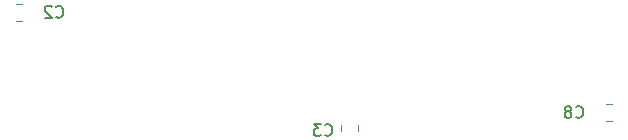
<source format=gbr>
G04 #@! TF.GenerationSoftware,KiCad,Pcbnew,5.1.5*
G04 #@! TF.CreationDate,2020-04-10T17:53:54+02:00*
G04 #@! TF.ProjectId,rc_car,72635f63-6172-42e6-9b69-6361645f7063,rev?*
G04 #@! TF.SameCoordinates,Original*
G04 #@! TF.FileFunction,Legend,Bot*
G04 #@! TF.FilePolarity,Positive*
%FSLAX46Y46*%
G04 Gerber Fmt 4.6, Leading zero omitted, Abs format (unit mm)*
G04 Created by KiCad (PCBNEW 5.1.5) date 2020-04-10 17:53:54*
%MOMM*%
%LPD*%
G04 APERTURE LIST*
%ADD10C,0.120000*%
%ADD11C,0.150000*%
G04 APERTURE END LIST*
D10*
X104258578Y-57710000D02*
X103741422Y-57710000D01*
X104258578Y-56290000D02*
X103741422Y-56290000D01*
X132710000Y-67060578D02*
X132710000Y-66543422D01*
X131290000Y-67060578D02*
X131290000Y-66543422D01*
X154258578Y-64790000D02*
X153741422Y-64790000D01*
X154258578Y-66210000D02*
X153741422Y-66210000D01*
D11*
X107166666Y-57357142D02*
X107214285Y-57404761D01*
X107357142Y-57452380D01*
X107452380Y-57452380D01*
X107595238Y-57404761D01*
X107690476Y-57309523D01*
X107738095Y-57214285D01*
X107785714Y-57023809D01*
X107785714Y-56880952D01*
X107738095Y-56690476D01*
X107690476Y-56595238D01*
X107595238Y-56500000D01*
X107452380Y-56452380D01*
X107357142Y-56452380D01*
X107214285Y-56500000D01*
X107166666Y-56547619D01*
X106785714Y-56547619D02*
X106738095Y-56500000D01*
X106642857Y-56452380D01*
X106404761Y-56452380D01*
X106309523Y-56500000D01*
X106261904Y-56547619D01*
X106214285Y-56642857D01*
X106214285Y-56738095D01*
X106261904Y-56880952D01*
X106833333Y-57452380D01*
X106214285Y-57452380D01*
X129916666Y-67357142D02*
X129964285Y-67404761D01*
X130107142Y-67452380D01*
X130202380Y-67452380D01*
X130345238Y-67404761D01*
X130440476Y-67309523D01*
X130488095Y-67214285D01*
X130535714Y-67023809D01*
X130535714Y-66880952D01*
X130488095Y-66690476D01*
X130440476Y-66595238D01*
X130345238Y-66500000D01*
X130202380Y-66452380D01*
X130107142Y-66452380D01*
X129964285Y-66500000D01*
X129916666Y-66547619D01*
X129583333Y-66452380D02*
X128964285Y-66452380D01*
X129297619Y-66833333D01*
X129154761Y-66833333D01*
X129059523Y-66880952D01*
X129011904Y-66928571D01*
X128964285Y-67023809D01*
X128964285Y-67261904D01*
X129011904Y-67357142D01*
X129059523Y-67404761D01*
X129154761Y-67452380D01*
X129440476Y-67452380D01*
X129535714Y-67404761D01*
X129583333Y-67357142D01*
X151166666Y-65857142D02*
X151214285Y-65904761D01*
X151357142Y-65952380D01*
X151452380Y-65952380D01*
X151595238Y-65904761D01*
X151690476Y-65809523D01*
X151738095Y-65714285D01*
X151785714Y-65523809D01*
X151785714Y-65380952D01*
X151738095Y-65190476D01*
X151690476Y-65095238D01*
X151595238Y-65000000D01*
X151452380Y-64952380D01*
X151357142Y-64952380D01*
X151214285Y-65000000D01*
X151166666Y-65047619D01*
X150595238Y-65380952D02*
X150690476Y-65333333D01*
X150738095Y-65285714D01*
X150785714Y-65190476D01*
X150785714Y-65142857D01*
X150738095Y-65047619D01*
X150690476Y-65000000D01*
X150595238Y-64952380D01*
X150404761Y-64952380D01*
X150309523Y-65000000D01*
X150261904Y-65047619D01*
X150214285Y-65142857D01*
X150214285Y-65190476D01*
X150261904Y-65285714D01*
X150309523Y-65333333D01*
X150404761Y-65380952D01*
X150595238Y-65380952D01*
X150690476Y-65428571D01*
X150738095Y-65476190D01*
X150785714Y-65571428D01*
X150785714Y-65761904D01*
X150738095Y-65857142D01*
X150690476Y-65904761D01*
X150595238Y-65952380D01*
X150404761Y-65952380D01*
X150309523Y-65904761D01*
X150261904Y-65857142D01*
X150214285Y-65761904D01*
X150214285Y-65571428D01*
X150261904Y-65476190D01*
X150309523Y-65428571D01*
X150404761Y-65380952D01*
M02*

</source>
